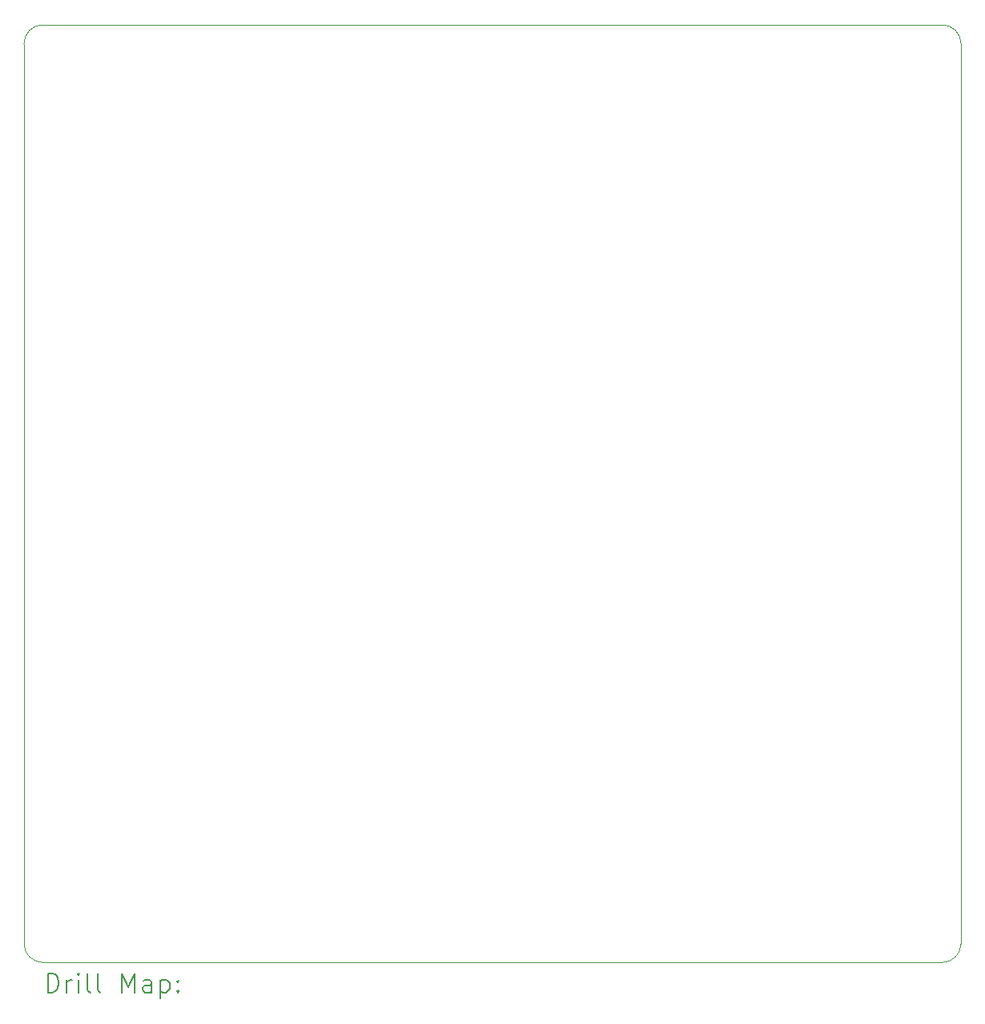
<source format=gbr>
%FSLAX45Y45*%
G04 Gerber Fmt 4.5, Leading zero omitted, Abs format (unit mm)*
G04 Created by KiCad (PCBNEW 6.0.1-79c1e3a40b~116~ubuntu20.04.1) date 2022-01-22 14:19:38*
%MOMM*%
%LPD*%
G01*
G04 APERTURE LIST*
%TA.AperFunction,Profile*%
%ADD10C,0.100000*%
%TD*%
%ADD11C,0.200000*%
G04 APERTURE END LIST*
D10*
X9700000Y-14400000D02*
G75*
G03*
X9900000Y-14600000I200000J0D01*
G01*
X19400000Y-14600000D02*
G75*
G03*
X19600000Y-14400000I0J200000D01*
G01*
X19600000Y-4900000D02*
G75*
G03*
X19400000Y-4700000I-200000J0D01*
G01*
X9900000Y-4700000D02*
G75*
G03*
X9700000Y-4900000I0J-200000D01*
G01*
X9700000Y-14400000D02*
X9700000Y-4900000D01*
X19400000Y-14600000D02*
X9900000Y-14600000D01*
X19600000Y-4900000D02*
X19600000Y-14400000D01*
X9900000Y-4700000D02*
X19400000Y-4700000D01*
D11*
X9952619Y-14915476D02*
X9952619Y-14715476D01*
X10000238Y-14715476D01*
X10028810Y-14725000D01*
X10047857Y-14744048D01*
X10057381Y-14763095D01*
X10066905Y-14801190D01*
X10066905Y-14829762D01*
X10057381Y-14867857D01*
X10047857Y-14886905D01*
X10028810Y-14905952D01*
X10000238Y-14915476D01*
X9952619Y-14915476D01*
X10152619Y-14915476D02*
X10152619Y-14782143D01*
X10152619Y-14820238D02*
X10162143Y-14801190D01*
X10171667Y-14791667D01*
X10190714Y-14782143D01*
X10209762Y-14782143D01*
X10276429Y-14915476D02*
X10276429Y-14782143D01*
X10276429Y-14715476D02*
X10266905Y-14725000D01*
X10276429Y-14734524D01*
X10285952Y-14725000D01*
X10276429Y-14715476D01*
X10276429Y-14734524D01*
X10400238Y-14915476D02*
X10381190Y-14905952D01*
X10371667Y-14886905D01*
X10371667Y-14715476D01*
X10505000Y-14915476D02*
X10485952Y-14905952D01*
X10476429Y-14886905D01*
X10476429Y-14715476D01*
X10733571Y-14915476D02*
X10733571Y-14715476D01*
X10800238Y-14858333D01*
X10866905Y-14715476D01*
X10866905Y-14915476D01*
X11047857Y-14915476D02*
X11047857Y-14810714D01*
X11038333Y-14791667D01*
X11019286Y-14782143D01*
X10981190Y-14782143D01*
X10962143Y-14791667D01*
X11047857Y-14905952D02*
X11028810Y-14915476D01*
X10981190Y-14915476D01*
X10962143Y-14905952D01*
X10952619Y-14886905D01*
X10952619Y-14867857D01*
X10962143Y-14848809D01*
X10981190Y-14839286D01*
X11028810Y-14839286D01*
X11047857Y-14829762D01*
X11143095Y-14782143D02*
X11143095Y-14982143D01*
X11143095Y-14791667D02*
X11162143Y-14782143D01*
X11200238Y-14782143D01*
X11219286Y-14791667D01*
X11228809Y-14801190D01*
X11238333Y-14820238D01*
X11238333Y-14877381D01*
X11228809Y-14896428D01*
X11219286Y-14905952D01*
X11200238Y-14915476D01*
X11162143Y-14915476D01*
X11143095Y-14905952D01*
X11324048Y-14896428D02*
X11333571Y-14905952D01*
X11324048Y-14915476D01*
X11314524Y-14905952D01*
X11324048Y-14896428D01*
X11324048Y-14915476D01*
X11324048Y-14791667D02*
X11333571Y-14801190D01*
X11324048Y-14810714D01*
X11314524Y-14801190D01*
X11324048Y-14791667D01*
X11324048Y-14810714D01*
M02*

</source>
